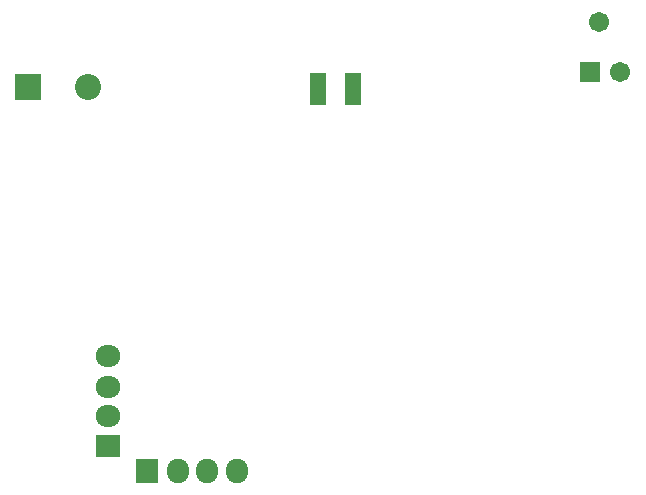
<source format=gbs>
G04*
G04 #@! TF.GenerationSoftware,Altium Limited,Altium Designer,21.0.8 (223)*
G04*
G04 Layer_Color=16711935*
%FSTAX24Y24*%
%MOIN*%
G70*
G04*
G04 #@! TF.SameCoordinates,10F33D99-08B0-41F8-98B5-3503CEFC6C94*
G04*
G04*
G04 #@! TF.FilePolarity,Negative*
G04*
G01*
G75*
%ADD50R,0.0552X0.1064*%
%ADD60C,0.0671*%
%ADD61O,0.0730X0.0830*%
%ADD62R,0.0730X0.0830*%
%ADD63C,0.0867*%
%ADD64R,0.0867X0.0867*%
%ADD65O,0.0830X0.0730*%
%ADD66R,0.0830X0.0730*%
%ADD67R,0.0671X0.0671*%
D50*
X024764Y046203D02*
D03*
X025945D02*
D03*
D60*
X034138Y048445D02*
D03*
X034843Y046772D02*
D03*
D61*
X022071Y033488D02*
D03*
X020081D02*
D03*
X021061D02*
D03*
D62*
X019071D02*
D03*
D63*
X01711Y046285D02*
D03*
D64*
X01511D02*
D03*
D65*
X017748Y037305D02*
D03*
Y035315D02*
D03*
Y036295D02*
D03*
D66*
Y034305D02*
D03*
D67*
X033843Y046772D02*
D03*
M02*

</source>
